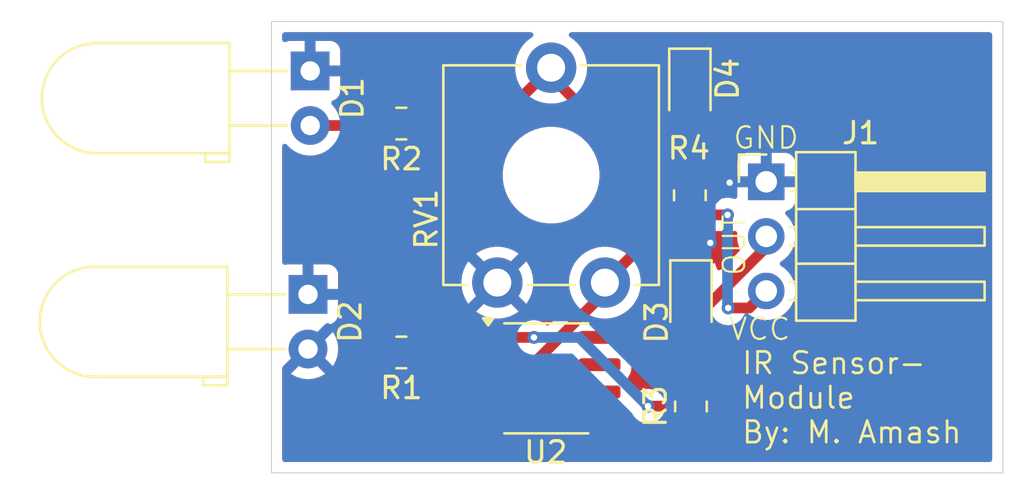
<source format=kicad_pcb>
(kicad_pcb (version 20241229) (generator "pcbnew") (generator_version "9.0")
  (layers (0 "F.Cu" signal) (2 "B.Cu" signal) (13 "F.Paste" user) (15 "B.Paste" user) (5 "F.SilkS" user "F.Silkscreen") (7 "B.SilkS" user "B.Silkscreen") (1 "F.Mask" user) (3 "B.Mask" user) (25 "Edge.Cuts" user))
  (net 0 "")
  (net 1 "Net-(D1-A)")
  (net 2 "/GND")
  (net 3 "/OUT")
  (net 4 "Net-(D4-A)")
  (net 5 "/VCC")
  (net 6 "Net-(R3-Pad1)")
  (footprint "Connector_PinHeader_2.54mm:PinHeader_1x03_P2.54mm_Horizontal" (layer "F.Cu") (at 147 76.46)
    (property "Reference" "J1" (at 4.385 -2.27 0) (layer "F.SilkS"))
    (property "Value" "Conn_01x03_Pin")
    (fp_line (start -1.27 -1.27) (end 0 -1.27) (stroke (width 0.12)) (layer "F.SilkS"))
    (fp_line (start -1.27 0) (end -1.27 -1.27) (stroke (width 0.12)) (layer "F.SilkS"))
    (fp_line (start 1.077358 2.11) (end 1.39 2.11) (stroke (width 0.12)) (layer "F.SilkS"))
    (fp_line (start 1.077358 2.97) (end 1.39 2.97) (stroke (width 0.12)) (layer "F.SilkS"))
    (fp_line (start 1.077358 4.65) (end 1.39 4.65) (stroke (width 0.12)) (layer "F.SilkS"))
    (fp_line (start 1.077358 5.51) (end 1.39 5.51) (stroke (width 0.12)) (layer "F.SilkS"))
    (fp_line (start 1.16 -0.43) (end 1.39 -0.43) (stroke (width 0.12)) (layer "F.SilkS"))
    (fp_line (start 1.16 0.43) (end 1.39 0.43) (stroke (width 0.12)) (layer "F.SilkS"))
    (fp_line (start 1.39 -1.38) (end 1.39 6.46) (stroke (width 0.12)) (layer "F.SilkS"))
    (fp_line (start 1.39 1.27) (end 4.15 1.27) (stroke (width 0.12)) (layer "F.SilkS"))
    (fp_line (start 1.39 3.81) (end 4.15 3.81) (stroke (width 0.12)) (layer "F.SilkS"))
    (fp_line (start 1.39 6.46) (end 4.15 6.46) (stroke (width 0.12)) (layer "F.SilkS"))
    (fp_line (start 4.15 -1.38) (end 1.39 -1.38) (stroke (width 0.12)) (layer "F.SilkS"))
    (fp_line (start 4.15 2.11) (end 10.15 2.11) (stroke (width 0.12)) (layer "F.SilkS"))
    (fp_line (start 4.15 4.65) (end 10.15 4.65) (stroke (width 0.12)) (layer "F.SilkS"))
    (fp_line (start 4.15 6.46) (end 4.15 -1.38) (stroke (width 0.12)) (layer "F.SilkS"))
    (fp_line (start 10.15 2.11) (end 10.15 2.97) (stroke (width 0.12)) (layer "F.SilkS"))
    (fp_line (start 10.15 2.97) (end 4.15 2.97) (stroke (width 0.12)) (layer "F.SilkS"))
    (fp_line (start 10.15 4.65) (end 10.15 5.51) (stroke (width 0.12)) (layer "F.SilkS"))
    (fp_line (start 10.15 5.51) (end 4.15 5.51) (stroke (width 0.12)) (layer "F.SilkS"))
    (fp_rect (start 4.15 -0.43) (end 10.15 0.43) (stroke (width 0.12)) (fill yes) (layer "F.SilkS"))
    (pad "1" thru_hole rect (at 0 0) (size 1.7 1.7) (drill 1) (layers "*.Cu" "*.Mask") (net 2 "/GND"))
    (pad "2" thru_hole circle (at 0 2.54) (size 1.7 1.7) (drill 1) (layers "*.Cu" "*.Mask") (net 3 "/OUT"))
    (pad "3" thru_hole circle (at 0 5.08) (size 1.7 1.7) (drill 1) (layers "*.Cu" "*.Mask") (net 5 "/VCC"))
  )
  (footprint "Resistor_SMD:R_0805_2012Metric" (layer "F.Cu") (at 143.45 77.0875 -90)
    (property "Reference" "R4" (at -2.1875 0.05 180) (layer "F.SilkS"))
    (property "Value" "330")
    (fp_line (start -0.227064 0.735) (end 0.227064 0.735) (stroke (width 0.12)) (layer "F.SilkS"))
    (fp_line (start -0.227064 -0.735) (end 0.227064 -0.735) (stroke (width 0.12)) (layer "F.SilkS"))
    (pad "1" smd roundrect (at -0.9125 0 270) (size 1.025 1.4) (layers "F.Cu" "F.Mask" "F.Paste") (roundrect_rratio 0.243902) (net 4 "Net-(D4-A)"))
    (pad "2" smd roundrect (at 0.9125 0 270) (size 1.025 1.4) (layers "F.Cu" "F.Mask" "F.Paste") (roundrect_rratio 0.243902) (net 5 "/VCC"))
  )
  (footprint "Resistor_SMD:R_0805_2012Metric" (layer "F.Cu") (at 130.0375 73.75 180)
    (property "Reference" "R2" (at 0 -1.65 0) (layer "F.SilkS"))
    (property "Value" "330")
    (fp_line (start -0.227064 0.735) (end 0.227064 0.735) (stroke (width 0.12)) (layer "F.SilkS"))
    (fp_line (start -0.227064 -0.735) (end 0.227064 -0.735) (stroke (width 0.12)) (layer "F.SilkS"))
    (pad "1" smd roundrect (at -0.9125 0 180) (size 1.025 1.4) (layers "F.Cu" "F.Mask" "F.Paste") (roundrect_rratio 0.243902) (net 5 "/VCC"))
    (pad "2" smd roundrect (at 0.9125 0 180) (size 1.025 1.4) (layers "F.Cu" "F.Mask" "F.Paste") (roundrect_rratio 0.243902) (net 1 "Net-(D1-A)"))
  )
  (footprint "LED_SMD:LED_0805_2012Metric_Pad1.15x1.40mm_HandSolder" (layer "F.Cu") (at 143.5 81.975 -90)
    (property "Reference" "D3" (at 1.025 1.6 90) (layer "F.SilkS"))
    (property "Value" "OUT_LED")
    (fp_line (start -1.86 0.96) (end 1 0.96) (stroke (width 0.12)) (layer "F.SilkS"))
    (fp_line (start -1.86 -0.96) (end -1.86 0.96) (stroke (width 0.12)) (layer "F.SilkS"))
    (fp_line (start 1 -0.96) (end -1.86 -0.96) (stroke (width 0.12)) (layer "F.SilkS"))
    (pad "1" smd roundrect (at -1.025 0 270) (size 1.15 1.4) (layers "F.Cu" "F.Mask" "F.Paste") (roundrect_rratio 0.217391) (net 2 "/GND"))
    (pad "2" smd roundrect (at 1.025 0 270) (size 1.15 1.4) (layers "F.Cu" "F.Mask" "F.Paste") (roundrect_rratio 0.217391) (net 3 "/OUT"))
  )
  (footprint "LED_SMD:LED_0805_2012Metric_Pad1.15x1.40mm_HandSolder" (layer "F.Cu") (at 143.45 72.125 -90)
    (property "Reference" "D4" (at -0.452382 -1.75 90) (layer "F.SilkS"))
    (property "Value" "PWR_LED")
    (fp_line (start -1.86 0.96) (end 1 0.96) (stroke (width 0.12)) (layer "F.SilkS"))
    (fp_line (start -1.86 -0.96) (end -1.86 0.96) (stroke (width 0.12)) (layer "F.SilkS"))
    (fp_line (start 1 -0.96) (end -1.86 -0.96) (stroke (width 0.12)) (layer "F.SilkS"))
    (pad "1" smd roundrect (at -1.025 0 270) (size 1.15 1.4) (layers "F.Cu" "F.Mask" "F.Paste") (roundrect_rratio 0.217391) (net 2 "/GND"))
    (pad "2" smd roundrect (at 1.025 0 270) (size 1.15 1.4) (layers "F.Cu" "F.Mask" "F.Paste") (roundrect_rratio 0.217391) (net 4 "Net-(D4-A)"))
  )
  (footprint "LED_THT:LED_D5.0mm_Horizontal_O3.81mm_Z3.0mm" (layer "F.Cu") (at 125.8 71.3 -90)
    (property "Reference" "D1" (at 1.27 -1.96 90) (layer "F.SilkS"))
    (property "Value" "IR_LED")
    (fp_line (start 3.83 4.87) (end 3.83 3.75) (stroke (width 0.12)) (layer "F.SilkS"))
    (fp_line (start 4.23 4.87) (end 3.83 4.87) (stroke (width 0.12)) (layer "F.SilkS"))
    (fp_line (start -1.29 3.75) (end -1.29 9.91) (stroke (width 0.12)) (layer "F.SilkS"))
    (fp_line (start -1.29 3.75) (end 3.83 3.75) (stroke (width 0.12)) (layer "F.SilkS"))
    (fp_line (start 0 3.75) (end 0 3.75) (stroke (width 0.12)) (layer "F.SilkS"))
    (fp_line (start 0 3.75) (end 0 1.08) (stroke (width 0.12)) (layer "F.SilkS"))
    (fp_line (start 2.54 3.75) (end 2.54 3.75) (stroke (width 0.12)) (layer "F.SilkS"))
    (fp_line (start 2.54 3.75) (end 2.54 1.08) (stroke (width 0.12)) (layer "F.SilkS"))
    (fp_line (start 3.83 3.75) (end 3.83 9.91) (stroke (width 0.12)) (layer "F.SilkS"))
    (fp_line (start 3.83 3.75) (end 4.23 3.75) (stroke (width 0.12)) (layer "F.SilkS"))
    (fp_line (start 4.23 3.75) (end 4.23 4.87) (stroke (width 0.12)) (layer "F.SilkS"))
    (fp_line (start 0 1.08) (end 0 3.75) (stroke (width 0.12)) (layer "F.SilkS"))
    (fp_line (start 0 1.08) (end 0 1.08) (stroke (width 0.12)) (layer "F.SilkS"))
    (fp_line (start 2.54 1.08) (end 2.54 3.75) (stroke (width 0.12)) (layer "F.SilkS"))
    (fp_line (start 2.54 1.08) (end 2.54 1.08) (stroke (width 0.12)) (layer "F.SilkS"))
    (fp_arc (start 3.83 9.91) (mid 1.27 12.47) (end -1.29 9.91) (stroke (width 0.12)) (layer "F.SilkS"))
    (pad "1" thru_hole rect (at 0 0 270) (size 1.8 1.8) (drill 0.9) (layers "*.Cu" "*.Mask") (net 2 "/GND"))
    (pad "2" thru_hole circle (at 2.54 0 270) (size 1.8 1.8) (drill 0.9) (layers "*.Cu" "*.Mask") (net 1 "Net-(D1-A)"))
  )
  (footprint "LED_THT:LED_D5.0mm_Horizontal_O3.81mm_Z3.0mm" (layer "F.Cu") (at 125.7 81.7 -90)
    (property "Reference" "D2" (at 1.27 -1.96 270) (layer "F.SilkS"))
    (property "Value" "D_Photo")
    (fp_line (start 3.83 4.87) (end 3.83 3.75) (stroke (width 0.12)) (layer "F.SilkS"))
    (fp_line (start 4.23 4.87) (end 3.83 4.87) (stroke (width 0.12)) (layer "F.SilkS"))
    (fp_line (start -1.29 3.75) (end -1.29 9.91) (stroke (width 0.12)) (layer "F.SilkS"))
    (fp_line (start -1.29 3.75) (end 3.83 3.75) (stroke (width 0.12)) (layer "F.SilkS"))
    (fp_line (start 0 3.75) (end 0 3.75) (stroke (width 0.12)) (layer "F.SilkS"))
    (fp_line (start 0 3.75) (end 0 1.08) (stroke (width 0.12)) (layer "F.SilkS"))
    (fp_line (start 2.54 3.75) (end 2.54 3.75) (stroke (width 0.12)) (layer "F.SilkS"))
    (fp_line (start 2.54 3.75) (end 2.54 1.08) (stroke (width 0.12)) (layer "F.SilkS"))
    (fp_line (start 3.83 3.75) (end 3.83 9.91) (stroke (width 0.12)) (layer "F.SilkS"))
    (fp_line (start 3.83 3.75) (end 4.23 3.75) (stroke (width 0.12)) (layer "F.SilkS"))
    (fp_line (start 4.23 3.75) (end 4.23 4.87) (stroke (width 0.12)) (layer "F.SilkS"))
    (fp_line (start 0 1.08) (end 0 3.75) (stroke (width 0.12)) (layer "F.SilkS"))
    (fp_line (start 0 1.08) (end 0 1.08) (stroke (width 0.12)) (layer "F.SilkS"))
    (fp_line (start 2.54 1.08) (end 2.54 3.75) (stroke (width 0.12)) (layer "F.SilkS"))
    (fp_line (start 2.54 1.08) (end 2.54 1.08) (stroke (width 0.12)) (layer "F.SilkS"))
    (fp_arc (start 3.83 9.91) (mid 1.27 12.47) (end -1.29 9.91) (stroke (width 0.12)) (layer "F.SilkS"))
    (pad "1" thru_hole rect (at 0 0 270) (size 1.8 1.8) (drill 0.9) (layers "*.Cu" "*.Mask") (net 2 "/GND"))
    (pad "2" thru_hole circle (at 2.54 0 270) (size 1.8 1.8) (drill 0.9) (layers "*.Cu" "*.Mask") (net 2 "/GND"))
  )
  (footprint "Resistor_SMD:R_0805_2012Metric" (layer "F.Cu") (at 143.5 86.9125 90)
    (property "Reference" "R3" (at 0 -1.65 90) (layer "F.SilkS"))
    (property "Value" "100")
    (fp_line (start -0.227064 -0.735) (end 0.227064 -0.735) (stroke (width 0.12)) (layer "F.SilkS"))
    (fp_line (start -0.227064 0.735) (end 0.227064 0.735) (stroke (width 0.12)) (layer "F.SilkS"))
    (pad "1" smd roundrect (at -0.9125 0 90) (size 1.025 1.4) (layers "F.Cu" "F.Mask" "F.Paste") (roundrect_rratio 0.243902) (net 6 "Net-(R3-Pad1)"))
    (pad "2" smd roundrect (at 0.9125 0 90) (size 1.025 1.4) (layers "F.Cu" "F.Mask" "F.Paste") (roundrect_rratio 0.243902) (net 3 "/OUT"))
  )
  (footprint "Resistor_SMD:R_0805_2012Metric" (layer "F.Cu") (at 130.0375 84.4 180)
    (property "Reference" "R1" (at 0 -1.65 0) (layer "F.SilkS"))
    (property "Value" "330")
    (fp_line (start -0.227064 0.735) (end 0.227064 0.735) (stroke (width 0.12)) (layer "F.SilkS"))
    (fp_line (start -0.227064 -0.735) (end 0.227064 -0.735) (stroke (width 0.12)) (layer "F.SilkS"))
    (pad "1" smd roundrect (at -0.9125 0 180) (size 1.025 1.4) (layers "F.Cu" "F.Mask" "F.Paste") (roundrect_rratio 0.243902) (net 5 "/VCC"))
    (pad "2" smd roundrect (at 0.9125 0 180) (size 1.025 1.4) (layers "F.Cu" "F.Mask" "F.Paste") (roundrect_rratio 0.243902) (net 2 "/GND"))
  )
  (footprint "Package_SO:SOIC-8_3.9x4.9mm_P1.27mm" (layer "F.Cu") (at 136.775 85.605)
    (property "Reference" "U2" (at -0.025 3.445 0) (layer "F.SilkS"))
    (property "Value" "LM358")
    (fp_line (start 0 -2.56) (end -1.95 -2.56) (stroke (width 0.12)) (layer "F.SilkS"))
    (fp_line (start 0 -2.56) (end 1.95 -2.56) (stroke (width 0.12)) (layer "F.SilkS"))
    (fp_line (start 0 2.56) (end -1.95 2.56) (stroke (width 0.12)) (layer "F.SilkS"))
    (fp_line (start 0 2.56) (end 1.95 2.56) (stroke (width 0.12)) (layer "F.SilkS"))
    (fp_poly (pts (xy -2.7 -2.465) (xy -2.94 -2.795) (xy -2.46 -2.795)) (stroke (width 0.12)) (fill yes) (layer "F.SilkS"))
    (pad "1" smd roundrect (at -2.475 -1.905) (size 1.95 0.6) (layers "F.Cu" "F.Mask" "F.Paste") (net 6 "Net-(R3-Pad1)"))
    (pad "2" smd roundrect (at -2.475 -0.635) (size 1.95 0.6) (layers "F.Cu" "F.Mask" "F.Paste") (net 2 "/GND"))
    (pad "3" smd roundrect (at -2.475 0.635) (size 1.95 0.6) (layers "F.Cu" "F.Mask" "F.Paste") (net 5 "/VCC"))
    (pad "4" smd roundrect (at -2.475 1.905) (size 1.95 0.6) (layers "F.Cu" "F.Mask" "F.Paste"))
    (pad "5" smd roundrect (at 2.475 1.905) (size 1.95 0.6) (layers "F.Cu" "F.Mask" "F.Paste"))
    (pad "6" smd roundrect (at 2.475 0.635) (size 1.95 0.6) (layers "F.Cu" "F.Mask" "F.Paste"))
    (pad "7" smd roundrect (at 2.475 -0.635) (size 1.95 0.6) (layers "F.Cu" "F.Mask" "F.Paste"))
    (pad "8" smd roundrect (at 2.475 -1.905) (size 1.95 0.6) (layers "F.Cu" "F.Mask" "F.Paste"))
  )
  (footprint "Potentiometer_THT:Potentiometer_ACP_CA9-V10_Vertical_Hole" (layer "F.Cu") (at 139.5 81.15 90)
    (property "Reference" "RV1" (at 2.95 -8.3 90) (layer "F.SilkS"))
    (property "Value" "10k POT")
    (fp_line (start 10.11 -7.51) (end 10.11 -3.896) (stroke (width 0.12)) (layer "F.SilkS"))
    (fp_line (start -0.11 -7.51) (end 10.11 -7.51) (stroke (width 0.12)) (layer "F.SilkS"))
    (fp_line (start -0.11 -7.51) (end -0.11 -6.396) (stroke (width 0.12)) (layer "F.SilkS"))
    (fp_line (start -0.11 -3.604) (end -0.11 -1.396) (stroke (width 0.12)) (layer "F.SilkS"))
    (fp_line (start 10.11 -1.104) (end 10.11 2.51) (stroke (width 0.12)) (layer "F.SilkS"))
    (fp_line (start -0.11 1.396) (end -0.11 2.51) (stroke (width 0.12)) (layer "F.SilkS"))
    (fp_line (start -0.11 2.51) (end 10.11 2.51) (stroke (width 0.12)) (layer "F.SilkS"))
    (pad "" np_thru_hole circle (at 5 -2.5 90) (size 4 4) (drill 4) (layers "*.Cu" "*.Mask"))
    (pad "1" thru_hole circle (at 0 0 90) (size 2.34 2.34) (drill 1.3) (layers "*.Cu" "*.Mask") (net 5 "/VCC"))
    (pad "2" thru_hole circle (at 10 -2.5 90) (size 2.34 2.34) (drill 1.3) (layers "*.Cu" "*.Mask") (net 5 "/VCC"))
    (pad "3" thru_hole circle (at 0 -5 90) (size 2.34 2.34) (drill 1.3) (layers "*.Cu" "*.Mask") (net 2 "/GND"))
  )
  (gr_line (start 124 90) (end 158 90) (stroke (width 0.05)) (layer "Edge.Cuts"))
  (gr_line (start 124 69) (end 124 90) (stroke (width 0.05)) (layer "Edge.Cuts"))
  (gr_line (start 158 69) (end 158 90) (stroke (width 0.05)) (layer "Edge.Cuts"))
  (gr_line (start 124 69) (end 158 69) (stroke (width 0.05)) (layer "Edge.Cuts"))
  (gr_text "OUT" (at 146.1 80.9 90) (layer "F.SilkS") (effects (font (size 1 1) (thickness 0.1)) (justify left bottom)))
  (gr_text "IR Sensor-\nModule\nBy: M. Amash\n" (at 145.8 88.7 0) (layer "F.SilkS") (effects (font (size 1 1) (thickness 0.125)) (justify left bottom)))
  (gr_text "GND" (at 145.4 75 0) (layer "F.SilkS") (effects (font (size 1 1) (thickness 0.1)) (justify left bottom)))
  (gr_text "VCC" (at 145.2 83.9 0) (layer "F.SilkS") (effects (font (size 1 1) (thickness 0.1)) (justify left bottom)))
  (segment (start 129.035 73.84) (end 129.125 73.75) (width 0.5) (layer "F.Cu") (net 1))
  (segment (start 125.8 73.84) (end 129.035 73.84) (width 0.5) (layer "F.Cu") (net 1))
  (segment (start 145.34 76.46) (end 145.3 76.5) (width 0.5) (layer "F.Cu") (net 2))
  (segment (start 133.7409 84.97) (end 132.874 84.1031) (width 0.5) (layer "F.Cu") (net 2))
  (segment (start 132.874 82.776) (end 134.5 81.15) (width 0.5) (layer "F.Cu") (net 2))
  (segment (start 144.4 80.05) (end 143.5 80.95) (width 0.5) (layer "F.Cu") (net 2))
  (segment (start 134.3 84.97) (end 133.7409 84.97) (width 0.5) (layer "F.Cu") (net 2))
  (segment (start 132.874 84.1031) (end 132.874 82.776) (width 0.5) (layer "F.Cu") (net 2))
  (segment (start 144.4 79.3) (end 144.4 80.05) (width 0.5) (layer "F.Cu") (net 2))
  (segment (start 147 76.46) (end 145.34 76.46) (width 0.5) (layer "F.Cu") (net 2))
  (via (at 144.4 79.3) (size 0.6) (drill 0.3) (layers "F.Cu" "B.Cu") (net 2))
  (via (at 145.3 76.5) (size 0.6) (drill 0.3) (layers "F.Cu" "B.Cu") (net 2))
  (segment (start 145.3 76.5) (end 144.4 77.4) (width 0.5) (layer "B.Cu") (net 2))
  (segment (start 144.4 77.4) (end 144.4 79.3) (width 0.5) (layer "B.Cu") (net 2))
  (segment (start 143.5 83) (end 147 79.5) (width 0.5) (layer "F.Cu") (net 3))
  (segment (start 147 79.5) (end 147 79) (width 0.5) (layer "F.Cu") (net 3))
  (segment (start 143.5 83) (end 143.5 86) (width 0.5) (layer "F.Cu") (net 3))
  (segment (start 143.45 76.175) (end 143.45 73.15) (width 0.5) (layer "F.Cu") (net 4))
  (segment (start 142.65 78) (end 139.5 81.15) (width 0.5) (layer "F.Cu") (net 5))
  (segment (start 137 71.55) (end 143.45 78) (width 0.5) (layer "F.Cu") (net 5))
  (segment (start 143.45 78) (end 145.2 78) (width 0.5) (layer "F.Cu") (net 5))
  (segment (start 146.209669 82.330331) (end 147 81.54) (width 0.5) (layer "F.Cu") (net 5))
  (segment (start 139.5 81.15) (end 139.5 81.5991) (width 0.5) (layer "F.Cu") (net 5))
  (segment (start 137 71.15) (end 137 71.55) (width 0.5) (layer "F.Cu") (net 5))
  (segment (start 132.79 86.24) (end 130.95 84.4) (width 0.5) (layer "F.Cu") (net 5))
  (segment (start 130.95 73.75) (end 134.4 73.75) (width 0.5) (layer "F.Cu") (net 5))
  (segment (start 145.230331 82.330331) (end 146.209669 82.330331) (width 0.5) (layer "F.Cu") (net 5))
  (segment (start 134.3 86.24) (end 132.79 86.24) (width 0.5) (layer "F.Cu") (net 5))
  (segment (start 143.45 78) (end 142.65 78) (width 0.5) (layer "F.Cu") (net 5))
  (segment (start 139.5 81.5991) (end 134.8591 86.24) (width 0.5) (layer "F.Cu") (net 5))
  (segment (start 134.4 73.75) (end 137 71.15) (width 0.5) (layer "F.Cu") (net 5))
  (segment (start 134.8591 86.24) (end 134.3 86.24) (width 0.5) (layer "F.Cu") (net 5))
  (via (at 145.2 78) (size 0.6) (drill 0.3) (layers "F.Cu" "B.Cu") (net 5))
  (via (at 145.230331 82.330331) (size 0.6) (drill 0.3) (layers "F.Cu" "B.Cu") (net 5))
  (segment (start 145.2 78) (end 145.2 82.3) (width 0.5) (layer "B.Cu") (net 5))
  (segment (start 145.2 82.3) (end 145.230331 82.330331) (width 0.5) (layer "B.Cu") (net 5))
  (segment (start 141.5 86.9) (end 142.575 86.9) (width 0.5) (layer "F.Cu") (net 6))
  (segment (start 134.3 83.7) (end 136.2 83.7) (width 0.5) (layer "F.Cu") (net 6))
  (segment (start 142.575 86.9) (end 143.5 87.825) (width 0.5) (layer "F.Cu") (net 6))
  (via (at 136.2 83.7) (size 0.6) (drill 0.3) (layers "F.Cu" "B.Cu") (net 6))
  (via (at 141.5 86.9) (size 0.6) (drill 0.3) (layers "F.Cu" "B.Cu") (net 6))
  (segment (start 138.3 83.7) (end 141.5 86.9) (width 0.5) (layer "B.Cu") (net 6))
  (segment (start 136.2 83.7) (end 138.3 83.7) (width 0.5) (layer "B.Cu") (net 6))
  (zone (net 2) (net_name "/GND") (layers "F.Cu" "B.Cu") (connect_pads (clearance 0.5)) (min_thickness 0.25) (fill yes (thermal_gap 0.5) (thermal_bridge_width 0.5))
    (polygon (pts (xy 159 68) (xy 123 68) (xy 123 91) (xy 159 91)))
  )
)
</source>
